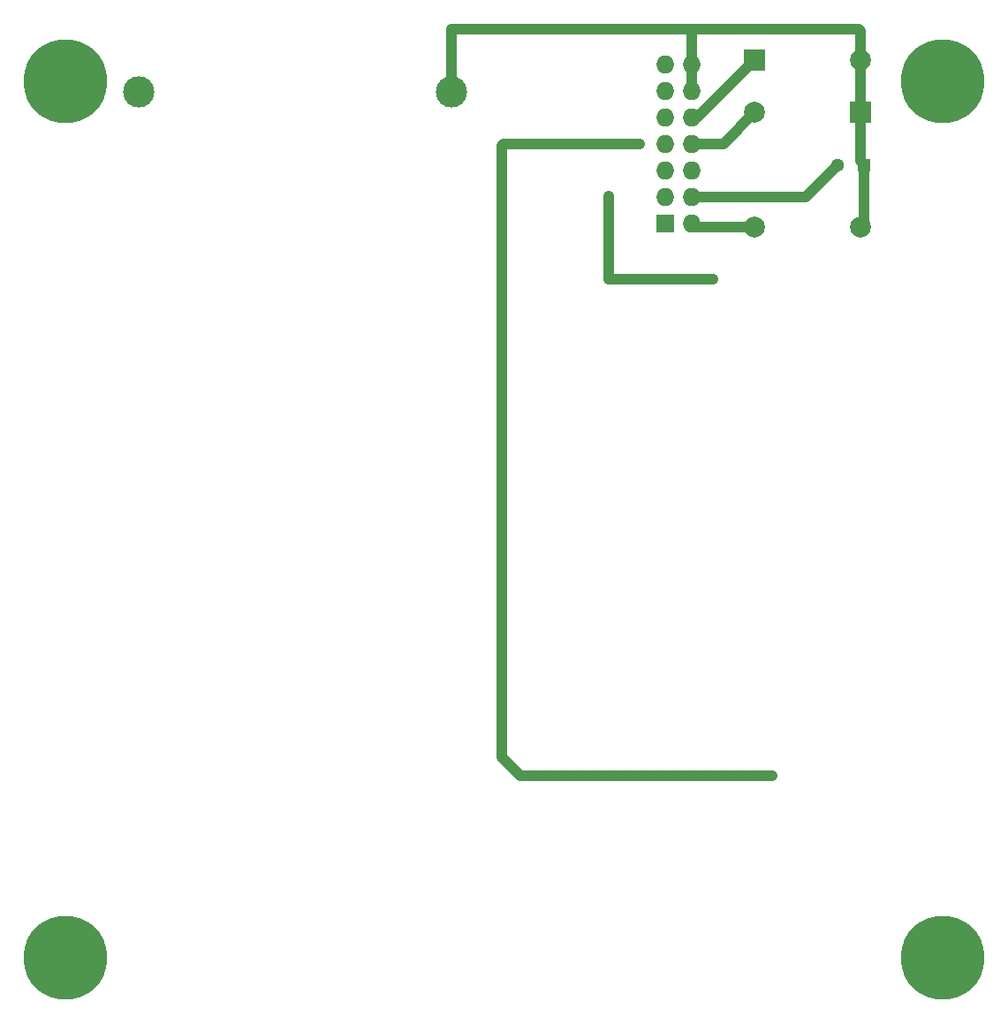
<source format=gbr>
G04 #@! TF.FileFunction,Copper,L2,Bot,Signal*
%FSLAX46Y46*%
G04 Gerber Fmt 4.6, Leading zero omitted, Abs format (unit mm)*
G04 Created by KiCad (PCBNEW 4.0.2+dfsg1-stable) date Mon 14 Nov 2016 02:15:00 PM EST*
%MOMM*%
G01*
G04 APERTURE LIST*
%ADD10C,0.100000*%
%ADD11C,8.000000*%
%ADD12R,1.300000X1.300000*%
%ADD13C,1.300000*%
%ADD14C,1.998980*%
%ADD15R,1.998980X1.998980*%
%ADD16R,1.727200X1.727200*%
%ADD17O,1.727200X1.727200*%
%ADD18C,3.000000*%
%ADD19C,0.700000*%
%ADD20C,1.000000*%
%ADD21C,0.250000*%
G04 APERTURE END LIST*
D10*
D11*
X78000000Y-58000000D03*
X162000000Y-58000000D03*
X78000000Y-142000000D03*
D12*
X154500000Y-66000000D03*
D13*
X152000000Y-66000000D03*
D14*
X154160000Y-56002540D03*
D15*
X144000000Y-56002540D03*
D14*
X144000000Y-61000000D03*
D15*
X154160000Y-61000000D03*
D16*
X135460000Y-71620000D03*
D17*
X138000000Y-71620000D03*
X135460000Y-69080000D03*
X138000000Y-69080000D03*
X135460000Y-66540000D03*
X138000000Y-66540000D03*
X135460000Y-64000000D03*
X138000000Y-64000000D03*
X135460000Y-61460000D03*
X138000000Y-61460000D03*
X135460000Y-58920000D03*
X138000000Y-58920000D03*
X135460000Y-56380000D03*
X138000000Y-56380000D03*
D14*
X154160000Y-72000000D03*
X144000000Y-72000000D03*
D18*
X85000000Y-59000000D03*
X115000000Y-59000000D03*
D11*
X162000000Y-142000000D03*
D19*
X130000000Y-69000000D03*
X140000000Y-77000000D03*
X133000000Y-64000000D03*
X145730000Y-124542078D03*
D20*
X115000000Y-53000000D02*
X115000000Y-59000000D01*
X138000000Y-53000000D02*
X115000000Y-53000000D01*
X138000000Y-54000000D02*
X138000000Y-53000000D01*
X138000000Y-53000000D02*
X154000000Y-53000000D01*
X154000000Y-53000000D02*
X154160000Y-53160000D01*
X154160000Y-53160000D02*
X154160000Y-56002540D01*
X138000000Y-56380000D02*
X138000000Y-54000000D01*
X138000000Y-58920000D02*
X138000000Y-56380000D01*
X154500000Y-66000000D02*
X154500000Y-71660000D01*
X154500000Y-71660000D02*
X154160000Y-72000000D01*
X154160000Y-61000000D02*
X154160000Y-65660000D01*
X154160000Y-65660000D02*
X154500000Y-66000000D01*
X154160000Y-56002540D02*
X154160000Y-61000000D01*
D21*
X154160000Y-66340000D02*
X154500000Y-66000000D01*
X154500000Y-61340000D02*
X154160000Y-61000000D01*
D20*
X138000000Y-69080000D02*
X148920000Y-69080000D01*
X148920000Y-69080000D02*
X152000000Y-66000000D01*
X138000000Y-61460000D02*
X138542540Y-61460000D01*
X138542540Y-61460000D02*
X144000000Y-56002540D01*
X138000000Y-64000000D02*
X141000000Y-64000000D01*
X141000000Y-64000000D02*
X144000000Y-61000000D01*
X130000000Y-77000000D02*
X130000000Y-69000000D01*
X140000000Y-77000000D02*
X130000000Y-77000000D01*
X144000000Y-72000000D02*
X138380000Y-72000000D01*
X138380000Y-72000000D02*
X138000000Y-71620000D01*
X120000000Y-64000000D02*
X133000000Y-64000000D01*
X119799991Y-64200009D02*
X120000000Y-64000000D01*
X119799991Y-67200009D02*
X119799991Y-64200009D01*
X121542078Y-124542078D02*
X119799991Y-122799991D01*
X119799991Y-122799991D02*
X119799991Y-67200009D01*
X145730000Y-124542078D02*
X121542078Y-124542078D01*
M02*

</source>
